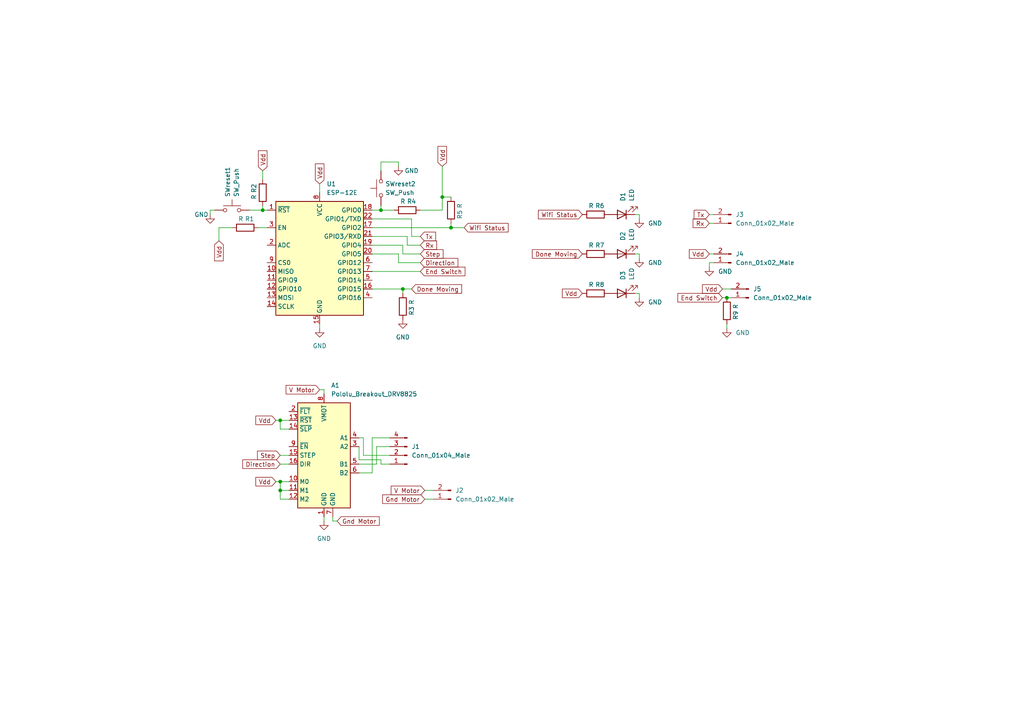
<source format=kicad_sch>
(kicad_sch (version 20211123) (generator eeschema)

  (uuid d501ef34-72de-4d96-960f-ed636880e28b)

  (paper "A4")

  (lib_symbols
    (symbol "Connector:Conn_01x02_Male" (pin_names (offset 1.016) hide) (in_bom yes) (on_board yes)
      (property "Reference" "J" (id 0) (at 0 2.54 0)
        (effects (font (size 1.27 1.27)))
      )
      (property "Value" "Conn_01x02_Male" (id 1) (at 0 -5.08 0)
        (effects (font (size 1.27 1.27)))
      )
      (property "Footprint" "" (id 2) (at 0 0 0)
        (effects (font (size 1.27 1.27)) hide)
      )
      (property "Datasheet" "~" (id 3) (at 0 0 0)
        (effects (font (size 1.27 1.27)) hide)
      )
      (property "ki_keywords" "connector" (id 4) (at 0 0 0)
        (effects (font (size 1.27 1.27)) hide)
      )
      (property "ki_description" "Generic connector, single row, 01x02, script generated (kicad-library-utils/schlib/autogen/connector/)" (id 5) (at 0 0 0)
        (effects (font (size 1.27 1.27)) hide)
      )
      (property "ki_fp_filters" "Connector*:*_1x??_*" (id 6) (at 0 0 0)
        (effects (font (size 1.27 1.27)) hide)
      )
      (symbol "Conn_01x02_Male_1_1"
        (polyline
          (pts
            (xy 1.27 -2.54)
            (xy 0.8636 -2.54)
          )
          (stroke (width 0.1524) (type default) (color 0 0 0 0))
          (fill (type none))
        )
        (polyline
          (pts
            (xy 1.27 0)
            (xy 0.8636 0)
          )
          (stroke (width 0.1524) (type default) (color 0 0 0 0))
          (fill (type none))
        )
        (rectangle (start 0.8636 -2.413) (end 0 -2.667)
          (stroke (width 0.1524) (type default) (color 0 0 0 0))
          (fill (type outline))
        )
        (rectangle (start 0.8636 0.127) (end 0 -0.127)
          (stroke (width 0.1524) (type default) (color 0 0 0 0))
          (fill (type outline))
        )
        (pin passive line (at 5.08 0 180) (length 3.81)
          (name "Pin_1" (effects (font (size 1.27 1.27))))
          (number "1" (effects (font (size 1.27 1.27))))
        )
        (pin passive line (at 5.08 -2.54 180) (length 3.81)
          (name "Pin_2" (effects (font (size 1.27 1.27))))
          (number "2" (effects (font (size 1.27 1.27))))
        )
      )
    )
    (symbol "Connector:Conn_01x04_Male" (pin_names (offset 1.016) hide) (in_bom yes) (on_board yes)
      (property "Reference" "J" (id 0) (at 0 5.08 0)
        (effects (font (size 1.27 1.27)))
      )
      (property "Value" "Conn_01x04_Male" (id 1) (at 0 -7.62 0)
        (effects (font (size 1.27 1.27)))
      )
      (property "Footprint" "" (id 2) (at 0 0 0)
        (effects (font (size 1.27 1.27)) hide)
      )
      (property "Datasheet" "~" (id 3) (at 0 0 0)
        (effects (font (size 1.27 1.27)) hide)
      )
      (property "ki_keywords" "connector" (id 4) (at 0 0 0)
        (effects (font (size 1.27 1.27)) hide)
      )
      (property "ki_description" "Generic connector, single row, 01x04, script generated (kicad-library-utils/schlib/autogen/connector/)" (id 5) (at 0 0 0)
        (effects (font (size 1.27 1.27)) hide)
      )
      (property "ki_fp_filters" "Connector*:*_1x??_*" (id 6) (at 0 0 0)
        (effects (font (size 1.27 1.27)) hide)
      )
      (symbol "Conn_01x04_Male_1_1"
        (polyline
          (pts
            (xy 1.27 -5.08)
            (xy 0.8636 -5.08)
          )
          (stroke (width 0.1524) (type default) (color 0 0 0 0))
          (fill (type none))
        )
        (polyline
          (pts
            (xy 1.27 -2.54)
            (xy 0.8636 -2.54)
          )
          (stroke (width 0.1524) (type default) (color 0 0 0 0))
          (fill (type none))
        )
        (polyline
          (pts
            (xy 1.27 0)
            (xy 0.8636 0)
          )
          (stroke (width 0.1524) (type default) (color 0 0 0 0))
          (fill (type none))
        )
        (polyline
          (pts
            (xy 1.27 2.54)
            (xy 0.8636 2.54)
          )
          (stroke (width 0.1524) (type default) (color 0 0 0 0))
          (fill (type none))
        )
        (rectangle (start 0.8636 -4.953) (end 0 -5.207)
          (stroke (width 0.1524) (type default) (color 0 0 0 0))
          (fill (type outline))
        )
        (rectangle (start 0.8636 -2.413) (end 0 -2.667)
          (stroke (width 0.1524) (type default) (color 0 0 0 0))
          (fill (type outline))
        )
        (rectangle (start 0.8636 0.127) (end 0 -0.127)
          (stroke (width 0.1524) (type default) (color 0 0 0 0))
          (fill (type outline))
        )
        (rectangle (start 0.8636 2.667) (end 0 2.413)
          (stroke (width 0.1524) (type default) (color 0 0 0 0))
          (fill (type outline))
        )
        (pin passive line (at 5.08 2.54 180) (length 3.81)
          (name "Pin_1" (effects (font (size 1.27 1.27))))
          (number "1" (effects (font (size 1.27 1.27))))
        )
        (pin passive line (at 5.08 0 180) (length 3.81)
          (name "Pin_2" (effects (font (size 1.27 1.27))))
          (number "2" (effects (font (size 1.27 1.27))))
        )
        (pin passive line (at 5.08 -2.54 180) (length 3.81)
          (name "Pin_3" (effects (font (size 1.27 1.27))))
          (number "3" (effects (font (size 1.27 1.27))))
        )
        (pin passive line (at 5.08 -5.08 180) (length 3.81)
          (name "Pin_4" (effects (font (size 1.27 1.27))))
          (number "4" (effects (font (size 1.27 1.27))))
        )
      )
    )
    (symbol "Device:LED" (pin_numbers hide) (pin_names (offset 1.016) hide) (in_bom yes) (on_board yes)
      (property "Reference" "D" (id 0) (at 0 2.54 0)
        (effects (font (size 1.27 1.27)))
      )
      (property "Value" "LED" (id 1) (at 0 -2.54 0)
        (effects (font (size 1.27 1.27)))
      )
      (property "Footprint" "" (id 2) (at 0 0 0)
        (effects (font (size 1.27 1.27)) hide)
      )
      (property "Datasheet" "~" (id 3) (at 0 0 0)
        (effects (font (size 1.27 1.27)) hide)
      )
      (property "ki_keywords" "LED diode" (id 4) (at 0 0 0)
        (effects (font (size 1.27 1.27)) hide)
      )
      (property "ki_description" "Light emitting diode" (id 5) (at 0 0 0)
        (effects (font (size 1.27 1.27)) hide)
      )
      (property "ki_fp_filters" "LED* LED_SMD:* LED_THT:*" (id 6) (at 0 0 0)
        (effects (font (size 1.27 1.27)) hide)
      )
      (symbol "LED_0_1"
        (polyline
          (pts
            (xy -1.27 -1.27)
            (xy -1.27 1.27)
          )
          (stroke (width 0.254) (type default) (color 0 0 0 0))
          (fill (type none))
        )
        (polyline
          (pts
            (xy -1.27 0)
            (xy 1.27 0)
          )
          (stroke (width 0) (type default) (color 0 0 0 0))
          (fill (type none))
        )
        (polyline
          (pts
            (xy 1.27 -1.27)
            (xy 1.27 1.27)
            (xy -1.27 0)
            (xy 1.27 -1.27)
          )
          (stroke (width 0.254) (type default) (color 0 0 0 0))
          (fill (type none))
        )
        (polyline
          (pts
            (xy -3.048 -0.762)
            (xy -4.572 -2.286)
            (xy -3.81 -2.286)
            (xy -4.572 -2.286)
            (xy -4.572 -1.524)
          )
          (stroke (width 0) (type default) (color 0 0 0 0))
          (fill (type none))
        )
        (polyline
          (pts
            (xy -1.778 -0.762)
            (xy -3.302 -2.286)
            (xy -2.54 -2.286)
            (xy -3.302 -2.286)
            (xy -3.302 -1.524)
          )
          (stroke (width 0) (type default) (color 0 0 0 0))
          (fill (type none))
        )
      )
      (symbol "LED_1_1"
        (pin passive line (at -3.81 0 0) (length 2.54)
          (name "K" (effects (font (size 1.27 1.27))))
          (number "1" (effects (font (size 1.27 1.27))))
        )
        (pin passive line (at 3.81 0 180) (length 2.54)
          (name "A" (effects (font (size 1.27 1.27))))
          (number "2" (effects (font (size 1.27 1.27))))
        )
      )
    )
    (symbol "Device:R" (pin_numbers hide) (pin_names (offset 0)) (in_bom yes) (on_board yes)
      (property "Reference" "R" (id 0) (at 2.032 0 90)
        (effects (font (size 1.27 1.27)))
      )
      (property "Value" "R" (id 1) (at 0 0 90)
        (effects (font (size 1.27 1.27)))
      )
      (property "Footprint" "" (id 2) (at -1.778 0 90)
        (effects (font (size 1.27 1.27)) hide)
      )
      (property "Datasheet" "~" (id 3) (at 0 0 0)
        (effects (font (size 1.27 1.27)) hide)
      )
      (property "ki_keywords" "R res resistor" (id 4) (at 0 0 0)
        (effects (font (size 1.27 1.27)) hide)
      )
      (property "ki_description" "Resistor" (id 5) (at 0 0 0)
        (effects (font (size 1.27 1.27)) hide)
      )
      (property "ki_fp_filters" "R_*" (id 6) (at 0 0 0)
        (effects (font (size 1.27 1.27)) hide)
      )
      (symbol "R_0_1"
        (rectangle (start -1.016 -2.54) (end 1.016 2.54)
          (stroke (width 0.254) (type default) (color 0 0 0 0))
          (fill (type none))
        )
      )
      (symbol "R_1_1"
        (pin passive line (at 0 3.81 270) (length 1.27)
          (name "~" (effects (font (size 1.27 1.27))))
          (number "1" (effects (font (size 1.27 1.27))))
        )
        (pin passive line (at 0 -3.81 90) (length 1.27)
          (name "~" (effects (font (size 1.27 1.27))))
          (number "2" (effects (font (size 1.27 1.27))))
        )
      )
    )
    (symbol "Driver_Motor:Pololu_Breakout_DRV8825" (in_bom yes) (on_board yes)
      (property "Reference" "A" (id 0) (at -2.54 16.51 0)
        (effects (font (size 1.27 1.27)) (justify right))
      )
      (property "Value" "Pololu_Breakout_DRV8825" (id 1) (at -2.54 13.97 0)
        (effects (font (size 1.27 1.27)) (justify right))
      )
      (property "Footprint" "Module:Pololu_Breakout-16_15.2x20.3mm" (id 2) (at 5.08 -20.32 0)
        (effects (font (size 1.27 1.27)) (justify left) hide)
      )
      (property "Datasheet" "https://www.pololu.com/product/2982" (id 3) (at 2.54 -7.62 0)
        (effects (font (size 1.27 1.27)) hide)
      )
      (property "ki_keywords" "Pololu Breakout Board Stepper Driver DRV8825" (id 4) (at 0 0 0)
        (effects (font (size 1.27 1.27)) hide)
      )
      (property "ki_description" "Pololu Breakout Board, Stepper Driver DRV8825" (id 5) (at 0 0 0)
        (effects (font (size 1.27 1.27)) hide)
      )
      (property "ki_fp_filters" "Pololu*Breakout*15.2x20.3mm*" (id 6) (at 0 0 0)
        (effects (font (size 1.27 1.27)) hide)
      )
      (symbol "Pololu_Breakout_DRV8825_0_1"
        (rectangle (start 7.62 -17.78) (end -7.62 12.7)
          (stroke (width 0.254) (type default) (color 0 0 0 0))
          (fill (type background))
        )
      )
      (symbol "Pololu_Breakout_DRV8825_1_1"
        (pin power_in line (at 0 -20.32 90) (length 2.54)
          (name "GND" (effects (font (size 1.27 1.27))))
          (number "1" (effects (font (size 1.27 1.27))))
        )
        (pin input line (at -10.16 -10.16 0) (length 2.54)
          (name "M0" (effects (font (size 1.27 1.27))))
          (number "10" (effects (font (size 1.27 1.27))))
        )
        (pin input line (at -10.16 -12.7 0) (length 2.54)
          (name "M1" (effects (font (size 1.27 1.27))))
          (number "11" (effects (font (size 1.27 1.27))))
        )
        (pin input line (at -10.16 -15.24 0) (length 2.54)
          (name "M2" (effects (font (size 1.27 1.27))))
          (number "12" (effects (font (size 1.27 1.27))))
        )
        (pin input line (at -10.16 7.62 0) (length 2.54)
          (name "~{RST}" (effects (font (size 1.27 1.27))))
          (number "13" (effects (font (size 1.27 1.27))))
        )
        (pin input line (at -10.16 5.08 0) (length 2.54)
          (name "~{SLP}" (effects (font (size 1.27 1.27))))
          (number "14" (effects (font (size 1.27 1.27))))
        )
        (pin input line (at -10.16 -2.54 0) (length 2.54)
          (name "STEP" (effects (font (size 1.27 1.27))))
          (number "15" (effects (font (size 1.27 1.27))))
        )
        (pin input line (at -10.16 -5.08 0) (length 2.54)
          (name "DIR" (effects (font (size 1.27 1.27))))
          (number "16" (effects (font (size 1.27 1.27))))
        )
        (pin output line (at -10.16 10.16 0) (length 2.54)
          (name "~{FLT}" (effects (font (size 1.27 1.27))))
          (number "2" (effects (font (size 1.27 1.27))))
        )
        (pin output line (at 10.16 0 180) (length 2.54)
          (name "A2" (effects (font (size 1.27 1.27))))
          (number "3" (effects (font (size 1.27 1.27))))
        )
        (pin output line (at 10.16 2.54 180) (length 2.54)
          (name "A1" (effects (font (size 1.27 1.27))))
          (number "4" (effects (font (size 1.27 1.27))))
        )
        (pin output line (at 10.16 -5.08 180) (length 2.54)
          (name "B1" (effects (font (size 1.27 1.27))))
          (number "5" (effects (font (size 1.27 1.27))))
        )
        (pin output line (at 10.16 -7.62 180) (length 2.54)
          (name "B2" (effects (font (size 1.27 1.27))))
          (number "6" (effects (font (size 1.27 1.27))))
        )
        (pin power_in line (at 2.54 -20.32 90) (length 2.54)
          (name "GND" (effects (font (size 1.27 1.27))))
          (number "7" (effects (font (size 1.27 1.27))))
        )
        (pin power_in line (at 0 15.24 270) (length 2.54)
          (name "VMOT" (effects (font (size 1.27 1.27))))
          (number "8" (effects (font (size 1.27 1.27))))
        )
        (pin input line (at -10.16 0 0) (length 2.54)
          (name "~{EN}" (effects (font (size 1.27 1.27))))
          (number "9" (effects (font (size 1.27 1.27))))
        )
      )
    )
    (symbol "RF_Module:ESP-12E" (in_bom yes) (on_board yes)
      (property "Reference" "U" (id 0) (at -12.7 19.05 0)
        (effects (font (size 1.27 1.27)) (justify left))
      )
      (property "Value" "ESP-12E" (id 1) (at 12.7 19.05 0)
        (effects (font (size 1.27 1.27)) (justify right))
      )
      (property "Footprint" "RF_Module:ESP-12E" (id 2) (at 0 0 0)
        (effects (font (size 1.27 1.27)) hide)
      )
      (property "Datasheet" "http://wiki.ai-thinker.com/_media/esp8266/esp8266_series_modules_user_manual_v1.1.pdf" (id 3) (at -8.89 2.54 0)
        (effects (font (size 1.27 1.27)) hide)
      )
      (property "ki_keywords" "802.11 Wi-Fi" (id 4) (at 0 0 0)
        (effects (font (size 1.27 1.27)) hide)
      )
      (property "ki_description" "802.11 b/g/n Wi-Fi Module" (id 5) (at 0 0 0)
        (effects (font (size 1.27 1.27)) hide)
      )
      (property "ki_fp_filters" "ESP?12*" (id 6) (at 0 0 0)
        (effects (font (size 1.27 1.27)) hide)
      )
      (symbol "ESP-12E_0_1"
        (rectangle (start -12.7 17.78) (end 12.7 -15.24)
          (stroke (width 0.254) (type default) (color 0 0 0 0))
          (fill (type background))
        )
      )
      (symbol "ESP-12E_1_1"
        (pin input line (at -15.24 15.24 0) (length 2.54)
          (name "~{RST}" (effects (font (size 1.27 1.27))))
          (number "1" (effects (font (size 1.27 1.27))))
        )
        (pin bidirectional line (at -15.24 -2.54 0) (length 2.54)
          (name "MISO" (effects (font (size 1.27 1.27))))
          (number "10" (effects (font (size 1.27 1.27))))
        )
        (pin bidirectional line (at -15.24 -5.08 0) (length 2.54)
          (name "GPIO9" (effects (font (size 1.27 1.27))))
          (number "11" (effects (font (size 1.27 1.27))))
        )
        (pin bidirectional line (at -15.24 -7.62 0) (length 2.54)
          (name "GPIO10" (effects (font (size 1.27 1.27))))
          (number "12" (effects (font (size 1.27 1.27))))
        )
        (pin bidirectional line (at -15.24 -10.16 0) (length 2.54)
          (name "MOSI" (effects (font (size 1.27 1.27))))
          (number "13" (effects (font (size 1.27 1.27))))
        )
        (pin bidirectional line (at -15.24 -12.7 0) (length 2.54)
          (name "SCLK" (effects (font (size 1.27 1.27))))
          (number "14" (effects (font (size 1.27 1.27))))
        )
        (pin power_in line (at 0 -17.78 90) (length 2.54)
          (name "GND" (effects (font (size 1.27 1.27))))
          (number "15" (effects (font (size 1.27 1.27))))
        )
        (pin bidirectional line (at 15.24 -7.62 180) (length 2.54)
          (name "GPIO15" (effects (font (size 1.27 1.27))))
          (number "16" (effects (font (size 1.27 1.27))))
        )
        (pin bidirectional line (at 15.24 10.16 180) (length 2.54)
          (name "GPIO2" (effects (font (size 1.27 1.27))))
          (number "17" (effects (font (size 1.27 1.27))))
        )
        (pin bidirectional line (at 15.24 15.24 180) (length 2.54)
          (name "GPIO0" (effects (font (size 1.27 1.27))))
          (number "18" (effects (font (size 1.27 1.27))))
        )
        (pin bidirectional line (at 15.24 5.08 180) (length 2.54)
          (name "GPIO4" (effects (font (size 1.27 1.27))))
          (number "19" (effects (font (size 1.27 1.27))))
        )
        (pin input line (at -15.24 5.08 0) (length 2.54)
          (name "ADC" (effects (font (size 1.27 1.27))))
          (number "2" (effects (font (size 1.27 1.27))))
        )
        (pin bidirectional line (at 15.24 2.54 180) (length 2.54)
          (name "GPIO5" (effects (font (size 1.27 1.27))))
          (number "20" (effects (font (size 1.27 1.27))))
        )
        (pin bidirectional line (at 15.24 7.62 180) (length 2.54)
          (name "GPIO3/RXD" (effects (font (size 1.27 1.27))))
          (number "21" (effects (font (size 1.27 1.27))))
        )
        (pin bidirectional line (at 15.24 12.7 180) (length 2.54)
          (name "GPIO1/TXD" (effects (font (size 1.27 1.27))))
          (number "22" (effects (font (size 1.27 1.27))))
        )
        (pin input line (at -15.24 10.16 0) (length 2.54)
          (name "EN" (effects (font (size 1.27 1.27))))
          (number "3" (effects (font (size 1.27 1.27))))
        )
        (pin bidirectional line (at 15.24 -10.16 180) (length 2.54)
          (name "GPIO16" (effects (font (size 1.27 1.27))))
          (number "4" (effects (font (size 1.27 1.27))))
        )
        (pin bidirectional line (at 15.24 -5.08 180) (length 2.54)
          (name "GPIO14" (effects (font (size 1.27 1.27))))
          (number "5" (effects (font (size 1.27 1.27))))
        )
        (pin bidirectional line (at 15.24 0 180) (length 2.54)
          (name "GPIO12" (effects (font (size 1.27 1.27))))
          (number "6" (effects (font (size 1.27 1.27))))
        )
        (pin bidirectional line (at 15.24 -2.54 180) (length 2.54)
          (name "GPIO13" (effects (font (size 1.27 1.27))))
          (number "7" (effects (font (size 1.27 1.27))))
        )
        (pin power_in line (at 0 20.32 270) (length 2.54)
          (name "VCC" (effects (font (size 1.27 1.27))))
          (number "8" (effects (font (size 1.27 1.27))))
        )
        (pin input line (at -15.24 0 0) (length 2.54)
          (name "CS0" (effects (font (size 1.27 1.27))))
          (number "9" (effects (font (size 1.27 1.27))))
        )
      )
    )
    (symbol "Switch:SW_Push" (pin_numbers hide) (pin_names (offset 1.016) hide) (in_bom yes) (on_board yes)
      (property "Reference" "SW" (id 0) (at 1.27 2.54 0)
        (effects (font (size 1.27 1.27)) (justify left))
      )
      (property "Value" "SW_Push" (id 1) (at 0 -1.524 0)
        (effects (font (size 1.27 1.27)))
      )
      (property "Footprint" "" (id 2) (at 0 5.08 0)
        (effects (font (size 1.27 1.27)) hide)
      )
      (property "Datasheet" "~" (id 3) (at 0 5.08 0)
        (effects (font (size 1.27 1.27)) hide)
      )
      (property "ki_keywords" "switch normally-open pushbutton push-button" (id 4) (at 0 0 0)
        (effects (font (size 1.27 1.27)) hide)
      )
      (property "ki_description" "Push button switch, generic, two pins" (id 5) (at 0 0 0)
        (effects (font (size 1.27 1.27)) hide)
      )
      (symbol "SW_Push_0_1"
        (circle (center -2.032 0) (radius 0.508)
          (stroke (width 0) (type default) (color 0 0 0 0))
          (fill (type none))
        )
        (polyline
          (pts
            (xy 0 1.27)
            (xy 0 3.048)
          )
          (stroke (width 0) (type default) (color 0 0 0 0))
          (fill (type none))
        )
        (polyline
          (pts
            (xy 2.54 1.27)
            (xy -2.54 1.27)
          )
          (stroke (width 0) (type default) (color 0 0 0 0))
          (fill (type none))
        )
        (circle (center 2.032 0) (radius 0.508)
          (stroke (width 0) (type default) (color 0 0 0 0))
          (fill (type none))
        )
        (pin passive line (at -5.08 0 0) (length 2.54)
          (name "1" (effects (font (size 1.27 1.27))))
          (number "1" (effects (font (size 1.27 1.27))))
        )
        (pin passive line (at 5.08 0 180) (length 2.54)
          (name "2" (effects (font (size 1.27 1.27))))
          (number "2" (effects (font (size 1.27 1.27))))
        )
      )
    )
    (symbol "power:GND" (power) (pin_names (offset 0)) (in_bom yes) (on_board yes)
      (property "Reference" "#PWR" (id 0) (at 0 -6.35 0)
        (effects (font (size 1.27 1.27)) hide)
      )
      (property "Value" "GND" (id 1) (at 0 -3.81 0)
        (effects (font (size 1.27 1.27)))
      )
      (property "Footprint" "" (id 2) (at 0 0 0)
        (effects (font (size 1.27 1.27)) hide)
      )
      (property "Datasheet" "" (id 3) (at 0 0 0)
        (effects (font (size 1.27 1.27)) hide)
      )
      (property "ki_keywords" "power-flag" (id 4) (at 0 0 0)
        (effects (font (size 1.27 1.27)) hide)
      )
      (property "ki_description" "Power symbol creates a global label with name \"GND\" , ground" (id 5) (at 0 0 0)
        (effects (font (size 1.27 1.27)) hide)
      )
      (symbol "GND_0_1"
        (polyline
          (pts
            (xy 0 0)
            (xy 0 -1.27)
            (xy 1.27 -1.27)
            (xy 0 -2.54)
            (xy -1.27 -1.27)
            (xy 0 -1.27)
          )
          (stroke (width 0) (type default) (color 0 0 0 0))
          (fill (type none))
        )
      )
      (symbol "GND_1_1"
        (pin power_in line (at 0 0 270) (length 0) hide
          (name "GND" (effects (font (size 1.27 1.27))))
          (number "1" (effects (font (size 1.27 1.27))))
        )
      )
    )
  )


  (junction (at 81.28 121.92) (diameter 0) (color 0 0 0 0)
    (uuid 5d61cce1-54ad-47d4-9257-3cc857e98335)
  )
  (junction (at 76.2 60.96) (diameter 0) (color 0 0 0 0)
    (uuid 6068cae0-16a8-4d3b-83a8-f5e2a9612751)
  )
  (junction (at 128.27 57.15) (diameter 0) (color 0 0 0 0)
    (uuid 92cb1270-5a7e-47c5-a2fb-c7c19e41b62d)
  )
  (junction (at 210.82 86.36) (diameter 0) (color 0 0 0 0)
    (uuid c084a3ae-2924-44ef-8dcf-433b73c09149)
  )
  (junction (at 81.28 142.24) (diameter 0) (color 0 0 0 0)
    (uuid c9941f98-02ef-44c8-9a78-fcad8e10a4e4)
  )
  (junction (at 116.84 83.82) (diameter 0) (color 0 0 0 0)
    (uuid d52249f0-d11c-4633-be56-87a573b399ce)
  )
  (junction (at 130.81 66.04) (diameter 0) (color 0 0 0 0)
    (uuid dfeef736-233e-4ae6-bf8e-ed1b2098d077)
  )
  (junction (at 81.28 139.7) (diameter 0) (color 0 0 0 0)
    (uuid e4c9dde1-c3fe-40fc-b617-fd23925733ab)
  )
  (junction (at 110.49 60.96) (diameter 0) (color 0 0 0 0)
    (uuid f81aebe7-3735-4c7f-8daa-568ae8256c9a)
  )

  (wire (pts (xy 81.28 142.24) (xy 83.82 142.24))
    (stroke (width 0) (type default) (color 0 0 0 0))
    (uuid 0280d29f-b2b8-49de-9ed7-3501eb6d59d0)
  )
  (wire (pts (xy 83.82 124.46) (xy 81.28 124.46))
    (stroke (width 0) (type default) (color 0 0 0 0))
    (uuid 0290913b-baf6-499e-8a75-ff0d88a4a373)
  )
  (wire (pts (xy 110.49 133.35) (xy 110.49 134.62))
    (stroke (width 0) (type default) (color 0 0 0 0))
    (uuid 03cc82b9-1ef2-48f0-8a70-1004be42d80e)
  )
  (wire (pts (xy 105.41 127) (xy 105.41 132.08))
    (stroke (width 0) (type default) (color 0 0 0 0))
    (uuid 04d6e408-5769-40d6-a2d7-4939a2bc9795)
  )
  (wire (pts (xy 115.57 73.66) (xy 115.57 76.2))
    (stroke (width 0) (type default) (color 0 0 0 0))
    (uuid 05311681-326c-467e-a771-d29a986c5d0a)
  )
  (wire (pts (xy 110.49 46.99) (xy 115.57 46.99))
    (stroke (width 0) (type default) (color 0 0 0 0))
    (uuid 078a7407-34f2-40be-b757-b85ab2cb3c4d)
  )
  (wire (pts (xy 109.22 129.54) (xy 113.03 129.54))
    (stroke (width 0) (type default) (color 0 0 0 0))
    (uuid 0a4a3282-a01e-4b56-8563-4c0efb005d04)
  )
  (wire (pts (xy 116.84 73.66) (xy 121.92 73.66))
    (stroke (width 0) (type default) (color 0 0 0 0))
    (uuid 129d4440-73be-4780-9ebc-8930cee643f7)
  )
  (wire (pts (xy 76.2 49.53) (xy 76.2 52.07))
    (stroke (width 0) (type default) (color 0 0 0 0))
    (uuid 1911aa9f-d570-4dee-88da-d5695c150932)
  )
  (wire (pts (xy 185.42 85.09) (xy 185.42 86.36))
    (stroke (width 0) (type default) (color 0 0 0 0))
    (uuid 1ecdb830-92b3-482b-b938-d1fc5a4d7f5c)
  )
  (wire (pts (xy 80.01 139.7) (xy 81.28 139.7))
    (stroke (width 0) (type default) (color 0 0 0 0))
    (uuid 1eeb7315-2e09-4ee7-909e-cbd291c60cf8)
  )
  (wire (pts (xy 209.55 86.36) (xy 210.82 86.36))
    (stroke (width 0) (type default) (color 0 0 0 0))
    (uuid 21bc6bfa-11cf-45a1-a294-17eec1f7ea8a)
  )
  (wire (pts (xy 107.95 66.04) (xy 130.81 66.04))
    (stroke (width 0) (type default) (color 0 0 0 0))
    (uuid 26127485-2f76-4b50-a4fc-2344264ed649)
  )
  (wire (pts (xy 74.93 66.04) (xy 77.47 66.04))
    (stroke (width 0) (type default) (color 0 0 0 0))
    (uuid 2c450982-e9ad-4a39-a667-b74b5b8968a0)
  )
  (wire (pts (xy 81.28 134.62) (xy 83.82 134.62))
    (stroke (width 0) (type default) (color 0 0 0 0))
    (uuid 2f5acad1-f0a6-4a56-a1ce-69246797e44e)
  )
  (wire (pts (xy 83.82 139.7) (xy 81.28 139.7))
    (stroke (width 0) (type default) (color 0 0 0 0))
    (uuid 2f67c222-05b1-4e6a-9a0d-5de60f656d39)
  )
  (wire (pts (xy 93.98 114.3) (xy 93.98 113.03))
    (stroke (width 0) (type default) (color 0 0 0 0))
    (uuid 3459cd29-a739-452d-a47d-cde59dd350ca)
  )
  (wire (pts (xy 76.2 60.96) (xy 76.2 59.69))
    (stroke (width 0) (type default) (color 0 0 0 0))
    (uuid 385c1b37-5033-4fec-afd8-48a15a5affb9)
  )
  (wire (pts (xy 118.11 71.12) (xy 121.92 71.12))
    (stroke (width 0) (type default) (color 0 0 0 0))
    (uuid 3a6c9854-8082-4b7a-b437-760d00afc19e)
  )
  (wire (pts (xy 110.49 49.53) (xy 110.49 46.99))
    (stroke (width 0) (type default) (color 0 0 0 0))
    (uuid 3ad85ca1-3a70-4008-95e6-39f1e08e536a)
  )
  (wire (pts (xy 63.5 69.85) (xy 63.5 66.04))
    (stroke (width 0) (type default) (color 0 0 0 0))
    (uuid 411b61fd-34f2-4bc6-a08e-93120f73f2b0)
  )
  (wire (pts (xy 105.41 132.08) (xy 113.03 132.08))
    (stroke (width 0) (type default) (color 0 0 0 0))
    (uuid 428cd512-7e46-40b9-85cb-bb6d26f4d5e1)
  )
  (wire (pts (xy 116.84 71.12) (xy 116.84 73.66))
    (stroke (width 0) (type default) (color 0 0 0 0))
    (uuid 4ab37330-3ff9-4a08-9e85-e174340f6e70)
  )
  (wire (pts (xy 118.11 68.58) (xy 118.11 71.12))
    (stroke (width 0) (type default) (color 0 0 0 0))
    (uuid 4b277895-e81c-4d4f-bc26-020ff3604be3)
  )
  (wire (pts (xy 116.84 83.82) (xy 119.38 83.82))
    (stroke (width 0) (type default) (color 0 0 0 0))
    (uuid 4c46d29c-8bd3-40f1-8bd9-ed72ddcfe143)
  )
  (wire (pts (xy 96.52 149.86) (xy 96.52 151.13))
    (stroke (width 0) (type default) (color 0 0 0 0))
    (uuid 4c4d2aea-552f-4f18-980e-9b0d66c562aa)
  )
  (wire (pts (xy 107.95 71.12) (xy 116.84 71.12))
    (stroke (width 0) (type default) (color 0 0 0 0))
    (uuid 4dfde668-d977-44b8-8d6b-be3943774a26)
  )
  (wire (pts (xy 96.52 151.13) (xy 97.79 151.13))
    (stroke (width 0) (type default) (color 0 0 0 0))
    (uuid 51fbff02-487f-4bd1-9227-3989e2e1e5c7)
  )
  (wire (pts (xy 104.14 127) (xy 105.41 127))
    (stroke (width 0) (type default) (color 0 0 0 0))
    (uuid 54678432-9650-490d-91ea-91cf755ace5d)
  )
  (wire (pts (xy 107.95 83.82) (xy 116.84 83.82))
    (stroke (width 0) (type default) (color 0 0 0 0))
    (uuid 5565c2fc-5953-427c-b3f2-ae144d7366e3)
  )
  (wire (pts (xy 115.57 76.2) (xy 121.92 76.2))
    (stroke (width 0) (type default) (color 0 0 0 0))
    (uuid 57124d01-175f-4d95-b304-110c5edc2d77)
  )
  (wire (pts (xy 81.28 142.24) (xy 81.28 144.78))
    (stroke (width 0) (type default) (color 0 0 0 0))
    (uuid 580f49e5-88ea-464c-a526-59099a4a81ec)
  )
  (wire (pts (xy 128.27 48.26) (xy 128.27 57.15))
    (stroke (width 0) (type default) (color 0 0 0 0))
    (uuid 5a40c124-3717-4aeb-8a46-4091e1982819)
  )
  (wire (pts (xy 104.14 133.35) (xy 110.49 133.35))
    (stroke (width 0) (type default) (color 0 0 0 0))
    (uuid 5ab92095-88c0-4134-b344-81adec0beaf0)
  )
  (wire (pts (xy 92.71 53.34) (xy 92.71 55.88))
    (stroke (width 0) (type default) (color 0 0 0 0))
    (uuid 5c0c9d34-5b13-4ab2-9548-a0979a095d50)
  )
  (wire (pts (xy 107.95 137.16) (xy 107.95 127))
    (stroke (width 0) (type default) (color 0 0 0 0))
    (uuid 5f39d937-c135-404a-8b13-9bee33a1d699)
  )
  (wire (pts (xy 81.28 139.7) (xy 81.28 142.24))
    (stroke (width 0) (type default) (color 0 0 0 0))
    (uuid 6054aa60-729c-4bac-95e7-0bcb234afe43)
  )
  (wire (pts (xy 77.47 60.96) (xy 76.2 60.96))
    (stroke (width 0) (type default) (color 0 0 0 0))
    (uuid 6235c916-bf86-48f8-b000-e342b98ffa8c)
  )
  (wire (pts (xy 116.84 83.82) (xy 116.84 85.09))
    (stroke (width 0) (type default) (color 0 0 0 0))
    (uuid 6698c41f-7738-4e61-abdb-58a12317cec1)
  )
  (wire (pts (xy 184.15 73.66) (xy 185.42 73.66))
    (stroke (width 0) (type default) (color 0 0 0 0))
    (uuid 68217971-1a86-42a9-9e62-f34540be0223)
  )
  (wire (pts (xy 107.95 73.66) (xy 115.57 73.66))
    (stroke (width 0) (type default) (color 0 0 0 0))
    (uuid 68f54c05-0776-4fce-917b-49d4d098f896)
  )
  (wire (pts (xy 107.95 63.5) (xy 119.38 63.5))
    (stroke (width 0) (type default) (color 0 0 0 0))
    (uuid 6c1300a4-9f6f-46ec-bca7-f8505c3bed5c)
  )
  (wire (pts (xy 184.15 62.23) (xy 185.42 62.23))
    (stroke (width 0) (type default) (color 0 0 0 0))
    (uuid 6f978981-26b2-4c7b-b07e-53c23f1a4f5f)
  )
  (wire (pts (xy 109.22 134.62) (xy 109.22 129.54))
    (stroke (width 0) (type default) (color 0 0 0 0))
    (uuid 7065b5f0-2c00-4d5e-8b68-5e65671d0acd)
  )
  (wire (pts (xy 205.74 77.47) (xy 205.74 76.2))
    (stroke (width 0) (type default) (color 0 0 0 0))
    (uuid 73d3ef68-7bce-4431-ba7a-48cc2ffe333e)
  )
  (wire (pts (xy 205.74 73.66) (xy 207.01 73.66))
    (stroke (width 0) (type default) (color 0 0 0 0))
    (uuid 77dad04e-03ef-4154-a41b-b9869d64a498)
  )
  (wire (pts (xy 81.28 144.78) (xy 83.82 144.78))
    (stroke (width 0) (type default) (color 0 0 0 0))
    (uuid 7dba68b9-53be-42f6-885a-cdd45363b95a)
  )
  (wire (pts (xy 110.49 60.96) (xy 114.3 60.96))
    (stroke (width 0) (type default) (color 0 0 0 0))
    (uuid 81c98359-1fa2-4849-8202-205f32236346)
  )
  (wire (pts (xy 92.71 93.98) (xy 92.71 95.25))
    (stroke (width 0) (type default) (color 0 0 0 0))
    (uuid 84393f55-d06f-4e46-8140-bf0b3fefb8d3)
  )
  (wire (pts (xy 110.49 59.69) (xy 110.49 60.96))
    (stroke (width 0) (type default) (color 0 0 0 0))
    (uuid 93a9e9e9-7a72-479c-b6c9-23303e95868b)
  )
  (wire (pts (xy 110.49 134.62) (xy 113.03 134.62))
    (stroke (width 0) (type default) (color 0 0 0 0))
    (uuid 99fb3487-71a9-478f-b65b-e4ab0fb83952)
  )
  (wire (pts (xy 210.82 93.98) (xy 210.82 95.25))
    (stroke (width 0) (type default) (color 0 0 0 0))
    (uuid 9b81bfec-4ea4-4c7d-8b66-ecae5603b0e7)
  )
  (wire (pts (xy 107.95 127) (xy 113.03 127))
    (stroke (width 0) (type default) (color 0 0 0 0))
    (uuid 9bc1eb56-32ee-4040-a120-28f4bffbcd9a)
  )
  (wire (pts (xy 130.81 64.77) (xy 130.81 66.04))
    (stroke (width 0) (type default) (color 0 0 0 0))
    (uuid 9cb84344-7a4f-4085-a14c-b513ae37c76e)
  )
  (wire (pts (xy 93.98 113.03) (xy 92.71 113.03))
    (stroke (width 0) (type default) (color 0 0 0 0))
    (uuid 9e3e96e5-6794-454c-bcac-52be1491f327)
  )
  (wire (pts (xy 205.74 76.2) (xy 207.01 76.2))
    (stroke (width 0) (type default) (color 0 0 0 0))
    (uuid a035ede6-05c0-4c21-9ac5-905ae628ea5d)
  )
  (wire (pts (xy 80.01 121.92) (xy 81.28 121.92))
    (stroke (width 0) (type default) (color 0 0 0 0))
    (uuid a36b7dfd-f5c2-45e9-b23c-4674f28fcfeb)
  )
  (wire (pts (xy 104.14 134.62) (xy 109.22 134.62))
    (stroke (width 0) (type default) (color 0 0 0 0))
    (uuid a47fa4b2-8caa-4680-b348-30b073de9fad)
  )
  (wire (pts (xy 209.55 83.82) (xy 212.09 83.82))
    (stroke (width 0) (type default) (color 0 0 0 0))
    (uuid a49fd028-580d-4019-b25d-be2a7f36daaa)
  )
  (wire (pts (xy 185.42 62.23) (xy 185.42 63.5))
    (stroke (width 0) (type default) (color 0 0 0 0))
    (uuid a578e716-0149-4dbe-b4ab-b14dd8ef4d2f)
  )
  (wire (pts (xy 81.28 124.46) (xy 81.28 121.92))
    (stroke (width 0) (type default) (color 0 0 0 0))
    (uuid ab0f8ef1-68c7-4692-80f1-8e763ccef6e1)
  )
  (wire (pts (xy 60.96 60.96) (xy 60.96 62.23))
    (stroke (width 0) (type default) (color 0 0 0 0))
    (uuid ac234bbf-5b17-4064-8773-e4081b2c3ff2)
  )
  (wire (pts (xy 81.28 132.08) (xy 83.82 132.08))
    (stroke (width 0) (type default) (color 0 0 0 0))
    (uuid ae8eae89-e6fd-431c-8a84-aeeff0fc7af5)
  )
  (wire (pts (xy 107.95 78.74) (xy 121.92 78.74))
    (stroke (width 0) (type default) (color 0 0 0 0))
    (uuid af3f647f-45f2-4310-916d-e9a62d74b374)
  )
  (wire (pts (xy 104.14 129.54) (xy 104.14 133.35))
    (stroke (width 0) (type default) (color 0 0 0 0))
    (uuid b544b221-7427-4dd5-9deb-e0e86d03fed7)
  )
  (wire (pts (xy 128.27 57.15) (xy 128.27 60.96))
    (stroke (width 0) (type default) (color 0 0 0 0))
    (uuid bb7b597c-1961-4509-8f23-d3e2372a3c91)
  )
  (wire (pts (xy 119.38 63.5) (xy 119.38 68.58))
    (stroke (width 0) (type default) (color 0 0 0 0))
    (uuid bce7bed7-4774-4e1d-8ed7-41092572e015)
  )
  (wire (pts (xy 184.15 85.09) (xy 185.42 85.09))
    (stroke (width 0) (type default) (color 0 0 0 0))
    (uuid bee1c0b1-a89d-4ab4-b4db-a1cf6fb0bebc)
  )
  (wire (pts (xy 107.95 68.58) (xy 118.11 68.58))
    (stroke (width 0) (type default) (color 0 0 0 0))
    (uuid c20fbc3c-63d4-4095-9e2c-69a6a9ce60c7)
  )
  (wire (pts (xy 62.23 60.96) (xy 60.96 60.96))
    (stroke (width 0) (type default) (color 0 0 0 0))
    (uuid c6cf55e7-cd5f-4807-bd19-af05a6f8be2f)
  )
  (wire (pts (xy 115.57 46.99) (xy 115.57 48.26))
    (stroke (width 0) (type default) (color 0 0 0 0))
    (uuid c79caec4-243e-481a-b11b-05633e6446cc)
  )
  (wire (pts (xy 81.28 121.92) (xy 83.82 121.92))
    (stroke (width 0) (type default) (color 0 0 0 0))
    (uuid cfc740da-a111-4645-a3db-e1e94c6bf629)
  )
  (wire (pts (xy 121.92 60.96) (xy 128.27 60.96))
    (stroke (width 0) (type default) (color 0 0 0 0))
    (uuid d05776fc-5fb3-4d8f-990d-a133b1ac5b0e)
  )
  (wire (pts (xy 72.39 60.96) (xy 76.2 60.96))
    (stroke (width 0) (type default) (color 0 0 0 0))
    (uuid d281bf01-f778-4e4d-8399-8972043c6308)
  )
  (wire (pts (xy 123.19 144.78) (xy 125.73 144.78))
    (stroke (width 0) (type default) (color 0 0 0 0))
    (uuid d4c34a0b-bb12-4960-b6d3-dd706d444521)
  )
  (wire (pts (xy 185.42 73.66) (xy 185.42 74.93))
    (stroke (width 0) (type default) (color 0 0 0 0))
    (uuid da920f77-2a95-4a36-a0ac-6a22f135757e)
  )
  (wire (pts (xy 128.27 57.15) (xy 130.81 57.15))
    (stroke (width 0) (type default) (color 0 0 0 0))
    (uuid db73a59a-3c05-4b9f-84f5-64709de2655d)
  )
  (wire (pts (xy 205.74 64.77) (xy 207.01 64.77))
    (stroke (width 0) (type default) (color 0 0 0 0))
    (uuid dc5be808-66fb-4c10-b32a-69fe5d441cdb)
  )
  (wire (pts (xy 63.5 66.04) (xy 67.31 66.04))
    (stroke (width 0) (type default) (color 0 0 0 0))
    (uuid e1ff4513-938b-4944-b481-e81320442330)
  )
  (wire (pts (xy 104.14 137.16) (xy 107.95 137.16))
    (stroke (width 0) (type default) (color 0 0 0 0))
    (uuid e3ff7848-38a7-48fd-ba55-ac3cd254ed2d)
  )
  (wire (pts (xy 212.09 86.36) (xy 210.82 86.36))
    (stroke (width 0) (type default) (color 0 0 0 0))
    (uuid e427d9ab-8b45-49da-acfe-ffd0e365c265)
  )
  (wire (pts (xy 123.19 142.24) (xy 125.73 142.24))
    (stroke (width 0) (type default) (color 0 0 0 0))
    (uuid e573e468-5873-468e-8eee-968d9fbff378)
  )
  (wire (pts (xy 205.74 62.23) (xy 207.01 62.23))
    (stroke (width 0) (type default) (color 0 0 0 0))
    (uuid e85e8efd-3676-4126-b77e-6b5dd71b545b)
  )
  (wire (pts (xy 93.98 149.86) (xy 93.98 151.13))
    (stroke (width 0) (type default) (color 0 0 0 0))
    (uuid ef1d5642-82a8-4250-ba7c-7fbffd40e6b1)
  )
  (wire (pts (xy 130.81 66.04) (xy 134.62 66.04))
    (stroke (width 0) (type default) (color 0 0 0 0))
    (uuid f23777ec-fbbc-4bae-87e3-2fc4a1a614f1)
  )
  (wire (pts (xy 119.38 68.58) (xy 121.92 68.58))
    (stroke (width 0) (type default) (color 0 0 0 0))
    (uuid f85bb291-15e5-4bff-9a4a-34bc53fa2da9)
  )
  (wire (pts (xy 107.95 60.96) (xy 110.49 60.96))
    (stroke (width 0) (type default) (color 0 0 0 0))
    (uuid fe878607-2613-4320-8fd8-69f58197c78c)
  )

  (global_label "Vdd" (shape input) (at 80.01 121.92 180) (fields_autoplaced)
    (effects (font (size 1.27 1.27)) (justify right))
    (uuid 01bb5745-aca6-43aa-bc0f-12370c459510)
    (property "Intersheet References" "${INTERSHEET_REFS}" (id 0) (at 74.2102 121.9994 0)
      (effects (font (size 1.27 1.27)) (justify right) hide)
    )
  )
  (global_label "Tx" (shape input) (at 205.74 62.23 180) (fields_autoplaced)
    (effects (font (size 1.27 1.27)) (justify right))
    (uuid 0f99d4a9-2d52-4a52-af86-76206009eff7)
    (property "Intersheet References" "${INTERSHEET_REFS}" (id 0) (at 201.3312 62.3094 0)
      (effects (font (size 1.27 1.27)) (justify right) hide)
    )
  )
  (global_label "Gnd Motor" (shape input) (at 123.19 144.78 180) (fields_autoplaced)
    (effects (font (size 1.27 1.27)) (justify right))
    (uuid 13e1753f-b20d-441f-8c45-4b0b6183dfb5)
    (property "Intersheet References" "${INTERSHEET_REFS}" (id 0) (at 110.9798 144.8594 0)
      (effects (font (size 1.27 1.27)) (justify right) hide)
    )
  )
  (global_label "Wifi Status" (shape input) (at 134.62 66.04 0) (fields_autoplaced)
    (effects (font (size 1.27 1.27)) (justify left))
    (uuid 28f1e49a-c9d0-4c0e-b7c2-0abf6fec8d80)
    (property "Intersheet References" "${INTERSHEET_REFS}" (id 0) (at 147.3745 65.9606 0)
      (effects (font (size 1.27 1.27)) (justify left) hide)
    )
  )
  (global_label "Rx" (shape input) (at 205.74 64.77 180) (fields_autoplaced)
    (effects (font (size 1.27 1.27)) (justify right))
    (uuid 2fe18503-df71-4c33-8078-efc8ed66d733)
    (property "Intersheet References" "${INTERSHEET_REFS}" (id 0) (at 201.0288 64.8494 0)
      (effects (font (size 1.27 1.27)) (justify right) hide)
    )
  )
  (global_label "Direction" (shape input) (at 81.28 134.62 180) (fields_autoplaced)
    (effects (font (size 1.27 1.27)) (justify right))
    (uuid 418259f6-905f-447a-943b-d2a383972f24)
    (property "Intersheet References" "${INTERSHEET_REFS}" (id 0) (at 70.4002 134.6994 0)
      (effects (font (size 1.27 1.27)) (justify right) hide)
    )
  )
  (global_label "Step" (shape input) (at 81.28 132.08 180) (fields_autoplaced)
    (effects (font (size 1.27 1.27)) (justify right))
    (uuid 441e1e18-1d45-4613-9199-02be1d3abceb)
    (property "Intersheet References" "${INTERSHEET_REFS}" (id 0) (at 74.694 132.1594 0)
      (effects (font (size 1.27 1.27)) (justify right) hide)
    )
  )
  (global_label "Vdd" (shape input) (at 205.74 73.66 180) (fields_autoplaced)
    (effects (font (size 1.27 1.27)) (justify right))
    (uuid 460695c8-422d-472d-9b16-204b78aecc72)
    (property "Intersheet References" "${INTERSHEET_REFS}" (id 0) (at 199.9402 73.7394 0)
      (effects (font (size 1.27 1.27)) (justify right) hide)
    )
  )
  (global_label "Step" (shape input) (at 121.92 73.66 0) (fields_autoplaced)
    (effects (font (size 1.27 1.27)) (justify left))
    (uuid 47a6d801-a0e7-4413-bd04-5383a91dc3d2)
    (property "Intersheet References" "${INTERSHEET_REFS}" (id 0) (at 128.506 73.5806 0)
      (effects (font (size 1.27 1.27)) (justify left) hide)
    )
  )
  (global_label "Done Moving" (shape input) (at 119.38 83.82 0) (fields_autoplaced)
    (effects (font (size 1.27 1.27)) (justify left))
    (uuid 56b79703-baa2-4a92-a98a-cd15e226248a)
    (property "Intersheet References" "${INTERSHEET_REFS}" (id 0) (at 133.8883 83.7406 0)
      (effects (font (size 1.27 1.27)) (justify left) hide)
    )
  )
  (global_label "Wifi Status" (shape input) (at 168.91 62.23 180) (fields_autoplaced)
    (effects (font (size 1.27 1.27)) (justify right))
    (uuid 5c4981d6-7708-4a08-9260-009d342ecace)
    (property "Intersheet References" "${INTERSHEET_REFS}" (id 0) (at 156.1555 62.3094 0)
      (effects (font (size 1.27 1.27)) (justify right) hide)
    )
  )
  (global_label "Vdd" (shape input) (at 92.71 53.34 90) (fields_autoplaced)
    (effects (font (size 1.27 1.27)) (justify left))
    (uuid 60132713-6e0e-49a7-b620-91f4d888b118)
    (property "Intersheet References" "${INTERSHEET_REFS}" (id 0) (at 92.6306 47.5402 90)
      (effects (font (size 1.27 1.27)) (justify left) hide)
    )
  )
  (global_label "Rx" (shape input) (at 121.92 71.12 0) (fields_autoplaced)
    (effects (font (size 1.27 1.27)) (justify left))
    (uuid 8016cb85-d127-4359-925c-e6724083bbf3)
    (property "Intersheet References" "${INTERSHEET_REFS}" (id 0) (at 126.6312 71.0406 0)
      (effects (font (size 1.27 1.27)) (justify left) hide)
    )
  )
  (global_label "Vdd" (shape input) (at 63.5 69.85 270) (fields_autoplaced)
    (effects (font (size 1.27 1.27)) (justify right))
    (uuid 884eb179-ccfe-4c1c-9bb5-cc42320d25d2)
    (property "Intersheet References" "${INTERSHEET_REFS}" (id 0) (at 63.5794 75.6498 90)
      (effects (font (size 1.27 1.27)) (justify right) hide)
    )
  )
  (global_label "Vdd" (shape input) (at 76.2 49.53 90) (fields_autoplaced)
    (effects (font (size 1.27 1.27)) (justify left))
    (uuid 904a2ed0-e6c4-41da-b113-022355ededc2)
    (property "Intersheet References" "${INTERSHEET_REFS}" (id 0) (at 76.1206 43.7302 90)
      (effects (font (size 1.27 1.27)) (justify left) hide)
    )
  )
  (global_label "Direction" (shape input) (at 121.92 76.2 0) (fields_autoplaced)
    (effects (font (size 1.27 1.27)) (justify left))
    (uuid 948957f6-3a23-4493-a422-321a175f712e)
    (property "Intersheet References" "${INTERSHEET_REFS}" (id 0) (at 132.7998 76.1206 0)
      (effects (font (size 1.27 1.27)) (justify left) hide)
    )
  )
  (global_label "Vdd" (shape input) (at 128.27 48.26 90) (fields_autoplaced)
    (effects (font (size 1.27 1.27)) (justify left))
    (uuid aad067f8-d7d4-41f0-a5c6-2c5a065d7e3d)
    (property "Intersheet References" "${INTERSHEET_REFS}" (id 0) (at 128.1906 42.4602 90)
      (effects (font (size 1.27 1.27)) (justify left) hide)
    )
  )
  (global_label "V Motor" (shape input) (at 92.71 113.03 180) (fields_autoplaced)
    (effects (font (size 1.27 1.27)) (justify right))
    (uuid b8649a5b-2e69-42db-a7a8-21af0ad8c1e3)
    (property "Intersheet References" "${INTERSHEET_REFS}" (id 0) (at 82.9793 112.9506 0)
      (effects (font (size 1.27 1.27)) (justify right) hide)
    )
  )
  (global_label "End Switch" (shape input) (at 209.55 86.36 180) (fields_autoplaced)
    (effects (font (size 1.27 1.27)) (justify right))
    (uuid c207a741-50c2-4d55-9503-7f6a66c70a9f)
    (property "Intersheet References" "${INTERSHEET_REFS}" (id 0) (at 196.614 86.4394 0)
      (effects (font (size 1.27 1.27)) (justify right) hide)
    )
  )
  (global_label "Vdd" (shape input) (at 209.55 83.82 180) (fields_autoplaced)
    (effects (font (size 1.27 1.27)) (justify right))
    (uuid c5686056-250a-4e96-9d96-67085baf7d9c)
    (property "Intersheet References" "${INTERSHEET_REFS}" (id 0) (at 203.7502 83.8994 0)
      (effects (font (size 1.27 1.27)) (justify right) hide)
    )
  )
  (global_label "V Motor" (shape input) (at 123.19 142.24 180) (fields_autoplaced)
    (effects (font (size 1.27 1.27)) (justify right))
    (uuid c5bd26ed-1ad9-4c45-84e5-3a901dd26d77)
    (property "Intersheet References" "${INTERSHEET_REFS}" (id 0) (at 113.4593 142.1606 0)
      (effects (font (size 1.27 1.27)) (justify right) hide)
    )
  )
  (global_label "End Switch" (shape input) (at 121.92 78.74 0) (fields_autoplaced)
    (effects (font (size 1.27 1.27)) (justify left))
    (uuid ca394aad-1d34-4210-8f19-527953692306)
    (property "Intersheet References" "${INTERSHEET_REFS}" (id 0) (at 134.856 78.6606 0)
      (effects (font (size 1.27 1.27)) (justify left) hide)
    )
  )
  (global_label "Tx" (shape input) (at 121.92 68.58 0) (fields_autoplaced)
    (effects (font (size 1.27 1.27)) (justify left))
    (uuid d46e34f9-208b-4431-875d-284f5bd1b9b7)
    (property "Intersheet References" "${INTERSHEET_REFS}" (id 0) (at 126.3288 68.5006 0)
      (effects (font (size 1.27 1.27)) (justify left) hide)
    )
  )
  (global_label "Done Moving" (shape input) (at 168.91 73.66 180) (fields_autoplaced)
    (effects (font (size 1.27 1.27)) (justify right))
    (uuid d5c12d47-8167-41d9-b8d1-9ab41a7e931c)
    (property "Intersheet References" "${INTERSHEET_REFS}" (id 0) (at 154.4017 73.7394 0)
      (effects (font (size 1.27 1.27)) (justify right) hide)
    )
  )
  (global_label "Vdd" (shape input) (at 168.91 85.09 180) (fields_autoplaced)
    (effects (font (size 1.27 1.27)) (justify right))
    (uuid eed9eee8-9e30-4ee0-9a0a-bf6f56a55b54)
    (property "Intersheet References" "${INTERSHEET_REFS}" (id 0) (at 163.1102 85.1694 0)
      (effects (font (size 1.27 1.27)) (justify right) hide)
    )
  )
  (global_label "Vdd" (shape input) (at 80.01 139.7 180) (fields_autoplaced)
    (effects (font (size 1.27 1.27)) (justify right))
    (uuid f0c895e7-0acf-4dc2-86e9-4288ec4c452e)
    (property "Intersheet References" "${INTERSHEET_REFS}" (id 0) (at 74.2102 139.7794 0)
      (effects (font (size 1.27 1.27)) (justify right) hide)
    )
  )
  (global_label "Gnd Motor" (shape input) (at 97.79 151.13 0) (fields_autoplaced)
    (effects (font (size 1.27 1.27)) (justify left))
    (uuid fd3380c7-449d-42a0-87ca-2dc98a4fa8a9)
    (property "Intersheet References" "${INTERSHEET_REFS}" (id 0) (at 110.0002 151.0506 0)
      (effects (font (size 1.27 1.27)) (justify left) hide)
    )
  )

  (symbol (lib_id "Device:R") (at 130.81 60.96 0) (unit 1)
    (in_bom yes) (on_board yes)
    (uuid 054bf8c3-a6c8-4500-9e7e-fb73d26f2bcf)
    (property "Reference" "R5" (id 0) (at 133.35 62.23 90))
    (property "Value" "R" (id 1) (at 133.35 59.69 90))
    (property "Footprint" "Resistor_THT:R_Axial_DIN0207_L6.3mm_D2.5mm_P7.62mm_Horizontal" (id 2) (at 129.032 60.96 90)
      (effects (font (size 1.27 1.27)) hide)
    )
    (property "Datasheet" "~" (id 3) (at 130.81 60.96 0)
      (effects (font (size 1.27 1.27)) hide)
    )
    (pin "1" (uuid 65d91b79-64f9-421b-96b9-fe760f9ec157))
    (pin "2" (uuid 1edee658-4a99-4139-93da-e93c80c9a91d))
  )

  (symbol (lib_id "power:GND") (at 60.96 62.23 0) (unit 1)
    (in_bom yes) (on_board yes)
    (uuid 0a490a92-533e-4eb1-9c54-ad1ad3aa94ba)
    (property "Reference" "#PWR0103" (id 0) (at 60.96 68.58 0)
      (effects (font (size 1.27 1.27)) hide)
    )
    (property "Value" "GND" (id 1) (at 58.42 62.23 0))
    (property "Footprint" "" (id 2) (at 60.96 62.23 0)
      (effects (font (size 1.27 1.27)) hide)
    )
    (property "Datasheet" "" (id 3) (at 60.96 62.23 0)
      (effects (font (size 1.27 1.27)) hide)
    )
    (pin "1" (uuid 6d86e41c-06e9-49df-b7a0-9693bdfaf987))
  )

  (symbol (lib_id "Switch:SW_Push") (at 67.31 60.96 0) (unit 1)
    (in_bom yes) (on_board yes) (fields_autoplaced)
    (uuid 0ad0448b-ace8-4152-b716-6167614df9c1)
    (property "Reference" "SWreset1" (id 0) (at 66.0399 57.15 90)
      (effects (font (size 1.27 1.27)) (justify left))
    )
    (property "Value" "SW_Push" (id 1) (at 68.5799 57.15 90)
      (effects (font (size 1.27 1.27)) (justify left))
    )
    (property "Footprint" "Button_Switch_THT:SW_PUSH_6mm" (id 2) (at 67.31 55.88 0)
      (effects (font (size 1.27 1.27)) hide)
    )
    (property "Datasheet" "~" (id 3) (at 67.31 55.88 0)
      (effects (font (size 1.27 1.27)) hide)
    )
    (pin "1" (uuid e953fa6b-5a80-4e45-a83c-5f53a30816b1))
    (pin "2" (uuid e92d0b5f-6870-48d3-bde6-8e9f9877a0f5))
  )

  (symbol (lib_id "Driver_Motor:Pololu_Breakout_DRV8825") (at 93.98 129.54 0) (unit 1)
    (in_bom yes) (on_board yes) (fields_autoplaced)
    (uuid 15d39b00-b6ff-4efb-9206-a5d5aa4874ad)
    (property "Reference" "A1" (id 0) (at 95.9994 111.76 0)
      (effects (font (size 1.27 1.27)) (justify left))
    )
    (property "Value" "Pololu_Breakout_DRV8825" (id 1) (at 95.9994 114.3 0)
      (effects (font (size 1.27 1.27)) (justify left))
    )
    (property "Footprint" "Module:Pololu_Breakout-16_15.2x20.3mm" (id 2) (at 99.06 149.86 0)
      (effects (font (size 1.27 1.27)) (justify left) hide)
    )
    (property "Datasheet" "https://www.pololu.com/product/2982" (id 3) (at 96.52 137.16 0)
      (effects (font (size 1.27 1.27)) hide)
    )
    (pin "1" (uuid c322f189-02cc-45cf-afe6-bd17073a8454))
    (pin "10" (uuid 33b36d5c-0b4d-4668-bfdf-97b9d09e0dd9))
    (pin "11" (uuid 0ee41bd9-f65a-4e72-956c-4f58d7845b36))
    (pin "12" (uuid b61b32fd-ce73-40d5-8b01-6622ee6cd452))
    (pin "13" (uuid ee1926a3-b39d-466c-898d-3269ebb7b2b0))
    (pin "14" (uuid 1f360109-c86b-45e2-a47e-bec89a840a24))
    (pin "15" (uuid e9f4ca34-493e-4fee-88fa-66688581c426))
    (pin "16" (uuid b5a015a5-549c-4964-9700-6764db1ee9c5))
    (pin "2" (uuid 0f56c423-dc8f-45d2-85cf-251569b1fd76))
    (pin "3" (uuid 34a113a6-b065-44dd-830f-d47c7b61880b))
    (pin "4" (uuid 37ecd4d2-b527-4f30-85f7-a4a1dd77583f))
    (pin "5" (uuid fef978ca-943a-47b7-b9cb-1f749647ef54))
    (pin "6" (uuid 057358bd-6ac5-4fc9-8ef5-d91c314b3f3c))
    (pin "7" (uuid eac3dab7-7da2-4966-933d-5f3757b69257))
    (pin "8" (uuid 80a9b4c7-69bf-4f64-b93c-0f3f30ac2d03))
    (pin "9" (uuid 5f8df7b2-773e-4cc3-8f0f-cfe37e0af2e6))
  )

  (symbol (lib_id "Device:R") (at 210.82 90.17 0) (unit 1)
    (in_bom yes) (on_board yes)
    (uuid 1a92b966-57f1-4f4a-82b6-b10f5f7e94c2)
    (property "Reference" "R9" (id 0) (at 213.36 91.44 90))
    (property "Value" "R" (id 1) (at 213.36 88.9 90))
    (property "Footprint" "Resistor_THT:R_Axial_DIN0207_L6.3mm_D2.5mm_P7.62mm_Horizontal" (id 2) (at 209.042 90.17 90)
      (effects (font (size 1.27 1.27)) hide)
    )
    (property "Datasheet" "~" (id 3) (at 210.82 90.17 0)
      (effects (font (size 1.27 1.27)) hide)
    )
    (pin "1" (uuid 28f17d91-fa11-445b-9a90-74c7a988d58c))
    (pin "2" (uuid 21f0b470-67cc-4876-b940-1acdbdda57ea))
  )

  (symbol (lib_id "Device:R") (at 172.72 62.23 90) (unit 1)
    (in_bom yes) (on_board yes)
    (uuid 32b02bd0-eff9-4dab-b1d8-62301cb922e1)
    (property "Reference" "R6" (id 0) (at 173.99 59.69 90))
    (property "Value" "R" (id 1) (at 171.45 59.69 90))
    (property "Footprint" "Resistor_THT:R_Axial_DIN0207_L6.3mm_D2.5mm_P7.62mm_Horizontal" (id 2) (at 172.72 64.008 90)
      (effects (font (size 1.27 1.27)) hide)
    )
    (property "Datasheet" "~" (id 3) (at 172.72 62.23 0)
      (effects (font (size 1.27 1.27)) hide)
    )
    (pin "1" (uuid 2afe9494-2742-430d-b011-884fe0990e0f))
    (pin "2" (uuid 24aa70cf-8d80-41ad-8ee1-d28316c5a1c5))
  )

  (symbol (lib_id "Switch:SW_Push") (at 110.49 54.61 90) (unit 1)
    (in_bom yes) (on_board yes) (fields_autoplaced)
    (uuid 3e5dbb2c-8c22-48e4-8b29-c17f1848ce9d)
    (property "Reference" "SWreset2" (id 0) (at 111.76 53.3399 90)
      (effects (font (size 1.27 1.27)) (justify right))
    )
    (property "Value" "SW_Push" (id 1) (at 111.76 55.8799 90)
      (effects (font (size 1.27 1.27)) (justify right))
    )
    (property "Footprint" "Button_Switch_THT:SW_PUSH_6mm" (id 2) (at 105.41 54.61 0)
      (effects (font (size 1.27 1.27)) hide)
    )
    (property "Datasheet" "~" (id 3) (at 105.41 54.61 0)
      (effects (font (size 1.27 1.27)) hide)
    )
    (pin "1" (uuid d894cae4-3b42-484d-862d-438a307b7041))
    (pin "2" (uuid 16ac64ca-99db-4016-9aae-1c4cf24c6ecc))
  )

  (symbol (lib_id "power:GND") (at 93.98 151.13 0) (unit 1)
    (in_bom yes) (on_board yes) (fields_autoplaced)
    (uuid 4087c4d8-8ac8-46f1-b93e-186169e35e2d)
    (property "Reference" "#PWR0110" (id 0) (at 93.98 157.48 0)
      (effects (font (size 1.27 1.27)) hide)
    )
    (property "Value" "GND" (id 1) (at 93.98 156.21 0))
    (property "Footprint" "" (id 2) (at 93.98 151.13 0)
      (effects (font (size 1.27 1.27)) hide)
    )
    (property "Datasheet" "" (id 3) (at 93.98 151.13 0)
      (effects (font (size 1.27 1.27)) hide)
    )
    (pin "1" (uuid d3d22ba6-571d-4806-bb79-aaa35ce3ccb8))
  )

  (symbol (lib_id "Device:R") (at 172.72 73.66 90) (unit 1)
    (in_bom yes) (on_board yes)
    (uuid 485d1830-bebe-4f14-975f-9127510f558c)
    (property "Reference" "R7" (id 0) (at 173.99 71.12 90))
    (property "Value" "R" (id 1) (at 171.45 71.12 90))
    (property "Footprint" "Resistor_THT:R_Axial_DIN0207_L6.3mm_D2.5mm_P7.62mm_Horizontal" (id 2) (at 172.72 75.438 90)
      (effects (font (size 1.27 1.27)) hide)
    )
    (property "Datasheet" "~" (id 3) (at 172.72 73.66 0)
      (effects (font (size 1.27 1.27)) hide)
    )
    (pin "1" (uuid 24f57512-ced3-4513-8b85-e7f9a791f7d9))
    (pin "2" (uuid e67b4133-f5bc-4ca8-a1d0-ffe4681d1632))
  )

  (symbol (lib_id "Device:LED") (at 180.34 62.23 180) (unit 1)
    (in_bom yes) (on_board yes) (fields_autoplaced)
    (uuid 5586e92f-4e78-495f-9a81-566164ca1ab0)
    (property "Reference" "D1" (id 0) (at 180.6574 58.42 90)
      (effects (font (size 1.27 1.27)) (justify right))
    )
    (property "Value" "LED" (id 1) (at 183.1974 58.42 90)
      (effects (font (size 1.27 1.27)) (justify right))
    )
    (property "Footprint" "LED_THT:LED_D3.0mm_Clear" (id 2) (at 180.34 62.23 0)
      (effects (font (size 1.27 1.27)) hide)
    )
    (property "Datasheet" "~" (id 3) (at 180.34 62.23 0)
      (effects (font (size 1.27 1.27)) hide)
    )
    (pin "1" (uuid 64202543-fa68-47b1-8ec3-db038ba68903))
    (pin "2" (uuid edcd3254-5b91-44ca-aed8-04d96680578a))
  )

  (symbol (lib_id "Device:LED") (at 180.34 85.09 180) (unit 1)
    (in_bom yes) (on_board yes) (fields_autoplaced)
    (uuid 6b38776b-fb0e-4bbe-894a-0732cce2aacb)
    (property "Reference" "D3" (id 0) (at 180.6574 81.28 90)
      (effects (font (size 1.27 1.27)) (justify right))
    )
    (property "Value" "LED" (id 1) (at 183.1974 81.28 90)
      (effects (font (size 1.27 1.27)) (justify right))
    )
    (property "Footprint" "LED_THT:LED_D3.0mm_Clear" (id 2) (at 180.34 85.09 0)
      (effects (font (size 1.27 1.27)) hide)
    )
    (property "Datasheet" "~" (id 3) (at 180.34 85.09 0)
      (effects (font (size 1.27 1.27)) hide)
    )
    (pin "1" (uuid be6a534a-85be-44ec-979d-252643bb4326))
    (pin "2" (uuid faba2237-fe13-4b74-9ff8-67d434b1a737))
  )

  (symbol (lib_id "Connector:Conn_01x02_Male") (at 130.81 144.78 180) (unit 1)
    (in_bom yes) (on_board yes) (fields_autoplaced)
    (uuid 6e07745f-bcc7-4449-a3d7-e3c42d342965)
    (property "Reference" "J2" (id 0) (at 132.08 142.2399 0)
      (effects (font (size 1.27 1.27)) (justify right))
    )
    (property "Value" "Conn_01x02_Male" (id 1) (at 132.08 144.7799 0)
      (effects (font (size 1.27 1.27)) (justify right))
    )
    (property "Footprint" "Connector_PinHeader_2.54mm:PinHeader_1x02_P2.54mm_Vertical" (id 2) (at 130.81 144.78 0)
      (effects (font (size 1.27 1.27)) hide)
    )
    (property "Datasheet" "~" (id 3) (at 130.81 144.78 0)
      (effects (font (size 1.27 1.27)) hide)
    )
    (pin "1" (uuid 7d4d0cab-e067-4563-940d-cb26246513c9))
    (pin "2" (uuid 7d539157-577c-4a0c-b9cd-e4c9138ddddf))
  )

  (symbol (lib_id "Device:R") (at 71.12 66.04 90) (unit 1)
    (in_bom yes) (on_board yes)
    (uuid 6f8de24c-3ffe-4795-bf6a-4c2c013684c1)
    (property "Reference" "R1" (id 0) (at 72.39 63.5 90))
    (property "Value" "R" (id 1) (at 69.85 63.5 90))
    (property "Footprint" "Resistor_THT:R_Axial_DIN0207_L6.3mm_D2.5mm_P7.62mm_Horizontal" (id 2) (at 71.12 67.818 90)
      (effects (font (size 1.27 1.27)) hide)
    )
    (property "Datasheet" "~" (id 3) (at 71.12 66.04 0)
      (effects (font (size 1.27 1.27)) hide)
    )
    (pin "1" (uuid 7a1a5b73-1716-4208-aa0b-1a9996d52cdf))
    (pin "2" (uuid bfb64c56-ae69-45ce-952d-73bd4e024e21))
  )

  (symbol (lib_id "Connector:Conn_01x02_Male") (at 217.17 86.36 180) (unit 1)
    (in_bom yes) (on_board yes) (fields_autoplaced)
    (uuid 73e409ef-75f9-411d-a1a4-19e7a8fc3f9d)
    (property "Reference" "J5" (id 0) (at 218.44 83.8199 0)
      (effects (font (size 1.27 1.27)) (justify right))
    )
    (property "Value" "Conn_01x02_Male" (id 1) (at 218.44 86.3599 0)
      (effects (font (size 1.27 1.27)) (justify right))
    )
    (property "Footprint" "Connector_PinHeader_2.54mm:PinHeader_1x02_P2.54mm_Vertical" (id 2) (at 217.17 86.36 0)
      (effects (font (size 1.27 1.27)) hide)
    )
    (property "Datasheet" "~" (id 3) (at 217.17 86.36 0)
      (effects (font (size 1.27 1.27)) hide)
    )
    (pin "1" (uuid ec243c83-34d1-46f8-b21e-0de38e154fab))
    (pin "2" (uuid 8b5d2dde-004f-4d69-9c3e-8c030e405c2e))
  )

  (symbol (lib_id "power:GND") (at 92.71 95.25 0) (unit 1)
    (in_bom yes) (on_board yes) (fields_autoplaced)
    (uuid 7bae54a8-a1fb-4142-97bf-b1956250b03e)
    (property "Reference" "#PWR0109" (id 0) (at 92.71 101.6 0)
      (effects (font (size 1.27 1.27)) hide)
    )
    (property "Value" "GND" (id 1) (at 92.71 100.33 0))
    (property "Footprint" "" (id 2) (at 92.71 95.25 0)
      (effects (font (size 1.27 1.27)) hide)
    )
    (property "Datasheet" "" (id 3) (at 92.71 95.25 0)
      (effects (font (size 1.27 1.27)) hide)
    )
    (pin "1" (uuid 6b5c79e6-9af5-4fcd-b61a-89387c053884))
  )

  (symbol (lib_id "power:GND") (at 185.42 74.93 0) (unit 1)
    (in_bom yes) (on_board yes) (fields_autoplaced)
    (uuid 94062aab-dce5-45ee-82e7-71bd6b276254)
    (property "Reference" "#PWR0105" (id 0) (at 185.42 81.28 0)
      (effects (font (size 1.27 1.27)) hide)
    )
    (property "Value" "GND" (id 1) (at 187.96 76.1999 0)
      (effects (font (size 1.27 1.27)) (justify left))
    )
    (property "Footprint" "" (id 2) (at 185.42 74.93 0)
      (effects (font (size 1.27 1.27)) hide)
    )
    (property "Datasheet" "" (id 3) (at 185.42 74.93 0)
      (effects (font (size 1.27 1.27)) hide)
    )
    (pin "1" (uuid 2bbc2705-7a5d-4d2e-b18a-3ee6e27a8f59))
  )

  (symbol (lib_id "Device:LED") (at 180.34 73.66 180) (unit 1)
    (in_bom yes) (on_board yes) (fields_autoplaced)
    (uuid 9877c6cd-62b4-42ee-a0f1-541651c2e113)
    (property "Reference" "D2" (id 0) (at 180.6574 69.85 90)
      (effects (font (size 1.27 1.27)) (justify right))
    )
    (property "Value" "LED" (id 1) (at 183.1974 69.85 90)
      (effects (font (size 1.27 1.27)) (justify right))
    )
    (property "Footprint" "LED_THT:LED_D3.0mm_Clear" (id 2) (at 180.34 73.66 0)
      (effects (font (size 1.27 1.27)) hide)
    )
    (property "Datasheet" "~" (id 3) (at 180.34 73.66 0)
      (effects (font (size 1.27 1.27)) hide)
    )
    (pin "1" (uuid b42a2d60-a57c-43c1-b85a-cf31973b9c7c))
    (pin "2" (uuid c8a3c6a9-c7a5-4ae8-9335-2a3be5e3a7fd))
  )

  (symbol (lib_id "power:GND") (at 210.82 95.25 0) (unit 1)
    (in_bom yes) (on_board yes) (fields_autoplaced)
    (uuid b288bc7a-e792-4836-bfa6-98a2da800907)
    (property "Reference" "#PWR0108" (id 0) (at 210.82 101.6 0)
      (effects (font (size 1.27 1.27)) hide)
    )
    (property "Value" "GND" (id 1) (at 213.36 96.5199 0)
      (effects (font (size 1.27 1.27)) (justify left))
    )
    (property "Footprint" "" (id 2) (at 210.82 95.25 0)
      (effects (font (size 1.27 1.27)) hide)
    )
    (property "Datasheet" "" (id 3) (at 210.82 95.25 0)
      (effects (font (size 1.27 1.27)) hide)
    )
    (pin "1" (uuid 24799181-b435-4fdb-9019-184e82d4def4))
  )

  (symbol (lib_id "Device:R") (at 118.11 60.96 90) (unit 1)
    (in_bom yes) (on_board yes)
    (uuid b65f1ec6-6c76-4337-a4dd-d8ddfe730b78)
    (property "Reference" "R4" (id 0) (at 119.38 58.42 90))
    (property "Value" "R" (id 1) (at 116.84 58.42 90))
    (property "Footprint" "Resistor_THT:R_Axial_DIN0207_L6.3mm_D2.5mm_P7.62mm_Horizontal" (id 2) (at 118.11 62.738 90)
      (effects (font (size 1.27 1.27)) hide)
    )
    (property "Datasheet" "~" (id 3) (at 118.11 60.96 0)
      (effects (font (size 1.27 1.27)) hide)
    )
    (pin "1" (uuid cc773baf-bbe9-4b15-9239-b2305d918cc9))
    (pin "2" (uuid bd794ef2-8a88-4b85-badc-997c3fabc0c9))
  )

  (symbol (lib_id "Connector:Conn_01x04_Male") (at 118.11 132.08 180) (unit 1)
    (in_bom yes) (on_board yes) (fields_autoplaced)
    (uuid b9b83fbd-bade-43ef-b7c5-247d0ef86045)
    (property "Reference" "J1" (id 0) (at 119.38 129.5399 0)
      (effects (font (size 1.27 1.27)) (justify right))
    )
    (property "Value" "Conn_01x04_Male" (id 1) (at 119.38 132.0799 0)
      (effects (font (size 1.27 1.27)) (justify right))
    )
    (property "Footprint" "Connector_PinHeader_2.54mm:PinHeader_1x04_P2.54mm_Vertical" (id 2) (at 118.11 132.08 0)
      (effects (font (size 1.27 1.27)) hide)
    )
    (property "Datasheet" "~" (id 3) (at 118.11 132.08 0)
      (effects (font (size 1.27 1.27)) hide)
    )
    (pin "1" (uuid c7f7889e-5952-49fa-9dc6-c74c7d5248ae))
    (pin "2" (uuid 9cbf83cd-ce14-4864-beaf-e40002f6d6ef))
    (pin "3" (uuid 68a1cedc-7bd6-4ff0-bcaa-852636127f1e))
    (pin "4" (uuid cc1670b3-4fdd-4eb2-8818-4d17ecca1ed5))
  )

  (symbol (lib_id "Device:R") (at 76.2 55.88 180) (unit 1)
    (in_bom yes) (on_board yes)
    (uuid d1c4c67f-69ae-46a8-9666-f0008f908463)
    (property "Reference" "R2" (id 0) (at 73.66 54.61 90))
    (property "Value" "R" (id 1) (at 73.66 57.15 90))
    (property "Footprint" "Resistor_THT:R_Axial_DIN0207_L6.3mm_D2.5mm_P7.62mm_Horizontal" (id 2) (at 77.978 55.88 90)
      (effects (font (size 1.27 1.27)) hide)
    )
    (property "Datasheet" "~" (id 3) (at 76.2 55.88 0)
      (effects (font (size 1.27 1.27)) hide)
    )
    (pin "1" (uuid b775a2c1-6afd-4163-88e0-7ae0c14b87ff))
    (pin "2" (uuid 252be6ea-c69f-4d47-9b1d-8f02b5d19c99))
  )

  (symbol (lib_id "power:GND") (at 115.57 48.26 0) (unit 1)
    (in_bom yes) (on_board yes)
    (uuid d366f919-8a99-463e-90a4-042dbb0a3409)
    (property "Reference" "#PWR0102" (id 0) (at 115.57 54.61 0)
      (effects (font (size 1.27 1.27)) hide)
    )
    (property "Value" "GND" (id 1) (at 119.38 49.53 0))
    (property "Footprint" "" (id 2) (at 115.57 48.26 0)
      (effects (font (size 1.27 1.27)) hide)
    )
    (property "Datasheet" "" (id 3) (at 115.57 48.26 0)
      (effects (font (size 1.27 1.27)) hide)
    )
    (pin "1" (uuid d46f34d5-ccbb-47b1-b7da-0bc5ab2b621c))
  )

  (symbol (lib_id "RF_Module:ESP-12E") (at 92.71 76.2 0) (unit 1)
    (in_bom yes) (on_board yes) (fields_autoplaced)
    (uuid ddac2b26-b75b-44fa-b6af-e8e54dcacb09)
    (property "Reference" "U1" (id 0) (at 94.7294 53.34 0)
      (effects (font (size 1.27 1.27)) (justify left))
    )
    (property "Value" "ESP-12E" (id 1) (at 94.7294 55.88 0)
      (effects (font (size 1.27 1.27)) (justify left))
    )
    (property "Footprint" "RF_Module:ESP-12E" (id 2) (at 92.71 76.2 0)
      (effects (font (size 1.27 1.27)) hide)
    )
    (property "Datasheet" "http://wiki.ai-thinker.com/_media/esp8266/esp8266_series_modules_user_manual_v1.1.pdf" (id 3) (at 83.82 73.66 0)
      (effects (font (size 1.27 1.27)) hide)
    )
    (pin "1" (uuid 519a0b33-2ca5-42b4-94c6-6a3c7abd2df0))
    (pin "10" (uuid 760400f7-c59a-4c1e-a69b-e8f358d6b691))
    (pin "11" (uuid 78f1dee5-12e5-435f-8d1a-3e2dbe5fcc19))
    (pin "12" (uuid a743e706-8e43-441f-975c-678479b861e6))
    (pin "13" (uuid ad0a40ab-87f0-4a43-8c2b-5fa10e51028f))
    (pin "14" (uuid ab14c250-7834-411e-81b1-c95a0fca3f5b))
    (pin "15" (uuid d1182bc9-eced-46ad-b23b-394d40fa6818))
    (pin "16" (uuid 821943c0-86a3-4a7e-82e3-9890104c3fe7))
    (pin "17" (uuid c17d8a54-5ec3-44a3-94fc-45de24bc21eb))
    (pin "18" (uuid d24ded83-88b3-4469-b338-e664c68d22e3))
    (pin "19" (uuid fdb0d6f2-54f5-4309-821c-68c53b4fe61a))
    (pin "2" (uuid 95c581ab-837b-4ef9-b106-06c9b60a4fba))
    (pin "20" (uuid 89852843-82cc-46e6-82ca-9cc29045e506))
    (pin "21" (uuid ade18b5d-effc-4167-8b47-2de178e32d13))
    (pin "22" (uuid e0cdf4a7-a0a5-4f3a-84ec-3b5d1e432182))
    (pin "3" (uuid 6223bd79-2f56-45a2-add8-276f7d285c68))
    (pin "4" (uuid d25b43cd-6dad-4385-8f59-7c313a9da4cd))
    (pin "5" (uuid c01d7e99-954a-4fc5-88ea-b4fdaf02d3d9))
    (pin "6" (uuid 3ef14485-9aa3-4518-a967-e007aaa65d7f))
    (pin "7" (uuid 4474c54e-3186-4587-9ac1-743262cbb6b5))
    (pin "8" (uuid e8d2e092-7ed0-4c86-bfdf-7935cfd174ec))
    (pin "9" (uuid 797d6ff3-e972-40b1-89a7-774401e9073f))
  )

  (symbol (lib_id "Device:R") (at 172.72 85.09 90) (unit 1)
    (in_bom yes) (on_board yes)
    (uuid e0d693e8-2507-4b0f-a82b-eb13345420d9)
    (property "Reference" "R8" (id 0) (at 173.99 82.55 90))
    (property "Value" "R" (id 1) (at 171.45 82.55 90))
    (property "Footprint" "Resistor_THT:R_Axial_DIN0207_L6.3mm_D2.5mm_P7.62mm_Horizontal" (id 2) (at 172.72 86.868 90)
      (effects (font (size 1.27 1.27)) hide)
    )
    (property "Datasheet" "~" (id 3) (at 172.72 85.09 0)
      (effects (font (size 1.27 1.27)) hide)
    )
    (pin "1" (uuid 6799025a-d827-45dc-8dc3-4b60bf186e1c))
    (pin "2" (uuid 54deba8d-9f77-4328-98aa-73d76ce7e5a7))
  )

  (symbol (lib_id "power:GND") (at 185.42 63.5 0) (unit 1)
    (in_bom yes) (on_board yes) (fields_autoplaced)
    (uuid e3ec81c6-7efc-464b-9675-73cac0ee6a8b)
    (property "Reference" "#PWR0104" (id 0) (at 185.42 69.85 0)
      (effects (font (size 1.27 1.27)) hide)
    )
    (property "Value" "GND" (id 1) (at 187.96 64.7699 0)
      (effects (font (size 1.27 1.27)) (justify left))
    )
    (property "Footprint" "" (id 2) (at 185.42 63.5 0)
      (effects (font (size 1.27 1.27)) hide)
    )
    (property "Datasheet" "" (id 3) (at 185.42 63.5 0)
      (effects (font (size 1.27 1.27)) hide)
    )
    (pin "1" (uuid d86dda9e-7a4e-49d3-8552-21c7a35b4c8b))
  )

  (symbol (lib_id "Connector:Conn_01x02_Male") (at 212.09 76.2 180) (unit 1)
    (in_bom yes) (on_board yes) (fields_autoplaced)
    (uuid eeed0e5c-3ae0-4892-99ab-4e6f2ec773ff)
    (property "Reference" "J4" (id 0) (at 213.36 73.6599 0)
      (effects (font (size 1.27 1.27)) (justify right))
    )
    (property "Value" "Conn_01x02_Male" (id 1) (at 213.36 76.1999 0)
      (effects (font (size 1.27 1.27)) (justify right))
    )
    (property "Footprint" "Connector_PinHeader_2.54mm:PinHeader_1x02_P2.54mm_Vertical" (id 2) (at 212.09 76.2 0)
      (effects (font (size 1.27 1.27)) hide)
    )
    (property "Datasheet" "~" (id 3) (at 212.09 76.2 0)
      (effects (font (size 1.27 1.27)) hide)
    )
    (pin "1" (uuid 9c46e17a-b012-4cda-a962-04c8489d13b0))
    (pin "2" (uuid 36562642-056c-4351-8d22-612c98d4d6f4))
  )

  (symbol (lib_id "Device:R") (at 116.84 88.9 0) (unit 1)
    (in_bom yes) (on_board yes)
    (uuid f2cd8af9-2820-4110-8abc-a936e9b87d68)
    (property "Reference" "R3" (id 0) (at 119.38 90.17 90))
    (property "Value" "R" (id 1) (at 119.38 87.63 90))
    (property "Footprint" "Resistor_THT:R_Axial_DIN0207_L6.3mm_D2.5mm_P7.62mm_Horizontal" (id 2) (at 115.062 88.9 90)
      (effects (font (size 1.27 1.27)) hide)
    )
    (property "Datasheet" "~" (id 3) (at 116.84 88.9 0)
      (effects (font (size 1.27 1.27)) hide)
    )
    (pin "1" (uuid 724180a1-5e6f-4779-a986-39ee71ce7917))
    (pin "2" (uuid 839036f5-c734-493e-b18e-d6e6172fee79))
  )

  (symbol (lib_id "power:GND") (at 116.84 92.71 0) (unit 1)
    (in_bom yes) (on_board yes) (fields_autoplaced)
    (uuid f91ca1f1-22be-4072-a0c6-d955aada89cf)
    (property "Reference" "#PWR0101" (id 0) (at 116.84 99.06 0)
      (effects (font (size 1.27 1.27)) hide)
    )
    (property "Value" "GND" (id 1) (at 116.84 97.79 0))
    (property "Footprint" "" (id 2) (at 116.84 92.71 0)
      (effects (font (size 1.27 1.27)) hide)
    )
    (property "Datasheet" "" (id 3) (at 116.84 92.71 0)
      (effects (font (size 1.27 1.27)) hide)
    )
    (pin "1" (uuid a514e510-32ac-48cd-a80d-c5e3ae63660d))
  )

  (symbol (lib_id "power:GND") (at 185.42 86.36 0) (unit 1)
    (in_bom yes) (on_board yes) (fields_autoplaced)
    (uuid f98ccd02-1358-4061-930f-4e9b9a0604eb)
    (property "Reference" "#PWR0106" (id 0) (at 185.42 92.71 0)
      (effects (font (size 1.27 1.27)) hide)
    )
    (property "Value" "GND" (id 1) (at 187.96 87.6299 0)
      (effects (font (size 1.27 1.27)) (justify left))
    )
    (property "Footprint" "" (id 2) (at 185.42 86.36 0)
      (effects (font (size 1.27 1.27)) hide)
    )
    (property "Datasheet" "" (id 3) (at 185.42 86.36 0)
      (effects (font (size 1.27 1.27)) hide)
    )
    (pin "1" (uuid 06abf1b5-863b-40df-8778-f548a1d7c348))
  )

  (symbol (lib_id "Connector:Conn_01x02_Male") (at 212.09 64.77 180) (unit 1)
    (in_bom yes) (on_board yes) (fields_autoplaced)
    (uuid fcb93dc2-0aed-4da0-9372-96fd02ea8ff8)
    (property "Reference" "J3" (id 0) (at 213.36 62.2299 0)
      (effects (font (size 1.27 1.27)) (justify right))
    )
    (property "Value" "Conn_01x02_Male" (id 1) (at 213.36 64.7699 0)
      (effects (font (size 1.27 1.27)) (justify right))
    )
    (property "Footprint" "Connector_PinHeader_2.54mm:PinHeader_1x02_P2.54mm_Vertical" (id 2) (at 212.09 64.77 0)
      (effects (font (size 1.27 1.27)) hide)
    )
    (property "Datasheet" "~" (id 3) (at 212.09 64.77 0)
      (effects (font (size 1.27 1.27)) hide)
    )
    (pin "1" (uuid 65d397bd-7ceb-461f-bfd1-137d12fe2cac))
    (pin "2" (uuid 48ab7ccc-d0fd-47dd-918a-920d9ead0d86))
  )

  (symbol (lib_id "power:GND") (at 205.74 77.47 0) (unit 1)
    (in_bom yes) (on_board yes) (fields_autoplaced)
    (uuid fe478a2b-9ec9-4bdb-858c-6bf58e2983ec)
    (property "Reference" "#PWR0107" (id 0) (at 205.74 83.82 0)
      (effects (font (size 1.27 1.27)) hide)
    )
    (property "Value" "GND" (id 1) (at 208.28 78.7399 0)
      (effects (font (size 1.27 1.27)) (justify left))
    )
    (property "Footprint" "" (id 2) (at 205.74 77.47 0)
      (effects (font (size 1.27 1.27)) hide)
    )
    (property "Datasheet" "" (id 3) (at 205.74 77.47 0)
      (effects (font (size 1.27 1.27)) hide)
    )
    (pin "1" (uuid 4236ba46-4333-4115-85cf-1edfd5f0c6e8))
  )

  (sheet_instances
    (path "/" (page "1"))
  )

  (symbol_instances
    (path "/f91ca1f1-22be-4072-a0c6-d955aada89cf"
      (reference "#PWR0101") (unit 1) (value "GND") (footprint "")
    )
    (path "/d366f919-8a99-463e-90a4-042dbb0a3409"
      (reference "#PWR0102") (unit 1) (value "GND") (footprint "")
    )
    (path "/0a490a92-533e-4eb1-9c54-ad1ad3aa94ba"
      (reference "#PWR0103") (unit 1) (value "GND") (footprint "")
    )
    (path "/e3ec81c6-7efc-464b-9675-73cac0ee6a8b"
      (reference "#PWR0104") (unit 1) (value "GND") (footprint "")
    )
    (path "/94062aab-dce5-45ee-82e7-71bd6b276254"
      (reference "#PWR0105") (unit 1) (value "GND") (footprint "")
    )
    (path "/f98ccd02-1358-4061-930f-4e9b9a0604eb"
      (reference "#PWR0106") (unit 1) (value "GND") (footprint "")
    )
    (path "/fe478a2b-9ec9-4bdb-858c-6bf58e2983ec"
      (reference "#PWR0107") (unit 1) (value "GND") (footprint "")
    )
    (path "/b288bc7a-e792-4836-bfa6-98a2da800907"
      (reference "#PWR0108") (unit 1) (value "GND") (footprint "")
    )
    (path "/7bae54a8-a1fb-4142-97bf-b1956250b03e"
      (reference "#PWR0109") (unit 1) (value "GND") (footprint "")
    )
    (path "/4087c4d8-8ac8-46f1-b93e-186169e35e2d"
      (reference "#PWR0110") (unit 1) (value "GND") (footprint "")
    )
    (path "/15d39b00-b6ff-4efb-9206-a5d5aa4874ad"
      (reference "A1") (unit 1) (value "Pololu_Breakout_DRV8825") (footprint "Module:Pololu_Breakout-16_15.2x20.3mm")
    )
    (path "/5586e92f-4e78-495f-9a81-566164ca1ab0"
      (reference "D1") (unit 1) (value "LED") (footprint "LED_THT:LED_D3.0mm_Clear")
    )
    (path "/9877c6cd-62b4-42ee-a0f1-541651c2e113"
      (reference "D2") (unit 1) (value "LED") (footprint "LED_THT:LED_D3.0mm_Clear")
    )
    (path "/6b38776b-fb0e-4bbe-894a-0732cce2aacb"
      (reference "D3") (unit 1) (value "LED") (footprint "LED_THT:LED_D3.0mm_Clear")
    )
    (path "/b9b83fbd-bade-43ef-b7c5-247d0ef86045"
      (reference "J1") (unit 1) (value "Conn_01x04_Male") (footprint "Connector_PinHeader_2.54mm:PinHeader_1x04_P2.54mm_Vertical")
    )
    (path "/6e07745f-bcc7-4449-a3d7-e3c42d342965"
      (reference "J2") (unit 1) (value "Conn_01x02_Male") (footprint "Connector_PinHeader_2.54mm:PinHeader_1x02_P2.54mm_Vertical")
    )
    (path "/fcb93dc2-0aed-4da0-9372-96fd02ea8ff8"
      (reference "J3") (unit 1) (value "Conn_01x02_Male") (footprint "Connector_PinHeader_2.54mm:PinHeader_1x02_P2.54mm_Vertical")
    )
    (path "/eeed0e5c-3ae0-4892-99ab-4e6f2ec773ff"
      (reference "J4") (unit 1) (value "Conn_01x02_Male") (footprint "Connector_PinHeader_2.54mm:PinHeader_1x02_P2.54mm_Vertical")
    )
    (path "/73e409ef-75f9-411d-a1a4-19e7a8fc3f9d"
      (reference "J5") (unit 1) (value "Conn_01x02_Male") (footprint "Connector_PinHeader_2.54mm:PinHeader_1x02_P2.54mm_Vertical")
    )
    (path "/6f8de24c-3ffe-4795-bf6a-4c2c013684c1"
      (reference "R1") (unit 1) (value "R") (footprint "Resistor_THT:R_Axial_DIN0207_L6.3mm_D2.5mm_P7.62mm_Horizontal")
    )
    (path "/d1c4c67f-69ae-46a8-9666-f0008f908463"
      (reference "R2") (unit 1) (value "R") (footprint "Resistor_THT:R_Axial_DIN0207_L6.3mm_D2.5mm_P7.62mm_Horizontal")
    )
    (path "/f2cd8af9-2820-4110-8abc-a936e9b87d68"
      (reference "R3") (unit 1) (value "R") (footprint "Resistor_THT:R_Axial_DIN0207_L6.3mm_D2.5mm_P7.62mm_Horizontal")
    )
    (path "/b65f1ec6-6c76-4337-a4dd-d8ddfe730b78"
      (reference "R4") (unit 1) (value "R") (footprint "Resistor_THT:R_Axial_DIN0207_L6.3mm_D2.5mm_P7.62mm_Horizontal")
    )
    (path "/054bf8c3-a6c8-4500-9e7e-fb73d26f2bcf"
      (reference "R5") (unit 1) (value "R") (footprint "Resistor_THT:R_Axial_DIN0207_L6.3mm_D2.5mm_P7.62mm_Horizontal")
    )
    (path "/32b02bd0-eff9-4dab-b1d8-62301cb922e1"
      (reference "R6") (unit 1) (value "R") (footprint "Resistor_THT:R_Axial_DIN0207_L6.3mm_D2.5mm_P7.62mm_Horizontal")
    )
    (path "/485d1830-bebe-4f14-975f-9127510f558c"
      (reference "R7") (unit 1) (value "R") (footprint "Resistor_THT:R_Axial_DIN0207_L6.3mm_D2.5mm_P7.62mm_Horizontal")
    )
    (path "/e0d693e8-2507-4b0f-a82b-eb13345420d9"
      (reference "R8") (unit 1) (value "R") (footprint "Resistor_THT:R_Axial_DIN0207_L6.3mm_D2.5mm_P7.62mm_Horizontal")
    )
    (path "/1a92b966-57f1-4f4a-82b6-b10f5f7e94c2"
      (reference "R9") (unit 1) (value "R") (footprint "Resistor_THT:R_Axial_DIN0207_L6.3mm_D2.5mm_P7.62mm_Horizontal")
    )
    (path "/0ad0448b-ace8-4152-b716-6167614df9c1"
      (reference "SWreset1") (unit 1) (value "SW_Push") (footprint "Button_Switch_THT:SW_PUSH_6mm")
    )
    (path "/3e5dbb2c-8c22-48e4-8b29-c17f1848ce9d"
      (reference "SWreset2") (unit 1) (value "SW_Push") (footprint "Button_Switch_THT:SW_PUSH_6mm")
    )
    (path "/ddac2b26-b75b-44fa-b6af-e8e54dcacb09"
      (reference "U1") (unit 1) (value "ESP-12E") (footprint "RF_Module:ESP-12E")
    )
  )
)

</source>
